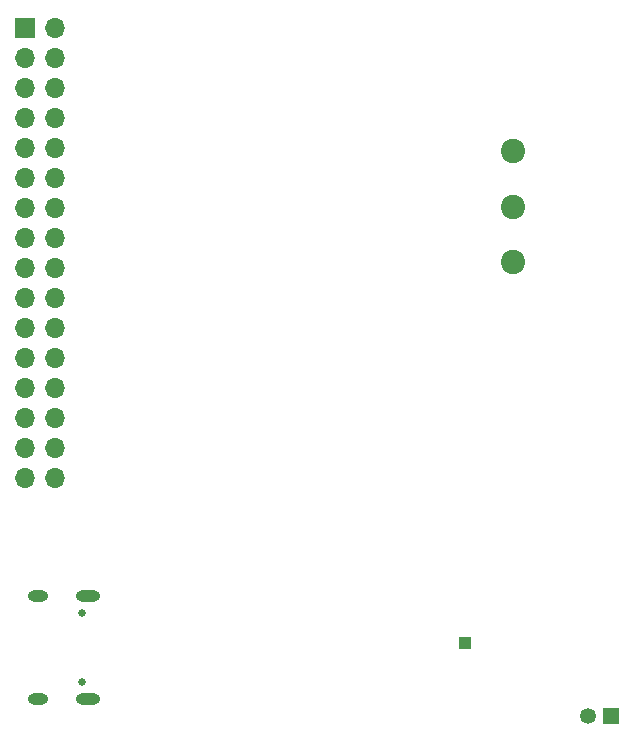
<source format=gbr>
%TF.GenerationSoftware,KiCad,Pcbnew,9.0.0*%
%TF.CreationDate,2025-04-05T16:57:48+02:00*%
%TF.ProjectId,PCB_v2,5043425f-7632-42e6-9b69-6361645f7063,rev?*%
%TF.SameCoordinates,Original*%
%TF.FileFunction,Soldermask,Bot*%
%TF.FilePolarity,Negative*%
%FSLAX46Y46*%
G04 Gerber Fmt 4.6, Leading zero omitted, Abs format (unit mm)*
G04 Created by KiCad (PCBNEW 9.0.0) date 2025-04-05 16:57:48*
%MOMM*%
%LPD*%
G01*
G04 APERTURE LIST*
%ADD10R,1.350000X1.350000*%
%ADD11C,1.350000*%
%ADD12C,2.057400*%
%ADD13C,0.650000*%
%ADD14O,2.050000X0.950000*%
%ADD15O,1.750000X0.950000*%
%ADD16R,1.700000X1.700000*%
%ADD17O,1.700000X1.700000*%
%ADD18R,1.000000X1.000000*%
G04 APERTURE END LIST*
D10*
%TO.C,J3*%
X141775000Y-133600000D03*
D11*
X139775000Y-133600000D03*
%TD*%
D12*
%TO.C,SW1*%
X133490700Y-85733400D03*
X133490700Y-90433401D03*
X133490700Y-95133401D03*
%TD*%
D13*
%TO.C,J2*%
X96955000Y-124885000D03*
X96955000Y-130665000D03*
D14*
X97475000Y-123450000D03*
X97475000Y-132100000D03*
D15*
X93275000Y-123450000D03*
X93275000Y-132100000D03*
%TD*%
D16*
%TO.C,J1*%
X92150000Y-75310000D03*
D17*
X94690000Y-75310000D03*
X92150000Y-77850000D03*
X94690000Y-77850000D03*
X92150000Y-80390000D03*
X94690000Y-80390000D03*
X92150000Y-82930000D03*
X94690000Y-82930000D03*
X92150000Y-85470000D03*
X94690000Y-85470000D03*
X92150000Y-88010000D03*
X94690000Y-88010000D03*
X92150000Y-90550000D03*
X94690000Y-90550000D03*
X92150000Y-93090000D03*
X94690000Y-93090000D03*
X92150000Y-95630000D03*
X94690000Y-95630000D03*
X92150000Y-98170000D03*
X94690000Y-98170000D03*
X92150000Y-100710000D03*
X94690000Y-100710000D03*
X92150000Y-103250000D03*
X94690000Y-103250000D03*
X92150000Y-105790000D03*
X94690000Y-105790000D03*
X92150000Y-108330000D03*
X94690000Y-108330000D03*
X92150000Y-110870000D03*
X94690000Y-110870000D03*
X92150000Y-113410000D03*
X94690000Y-113410000D03*
%TD*%
D18*
%TO.C,MCUTP1*%
X129350000Y-127375000D03*
%TD*%
M02*

</source>
